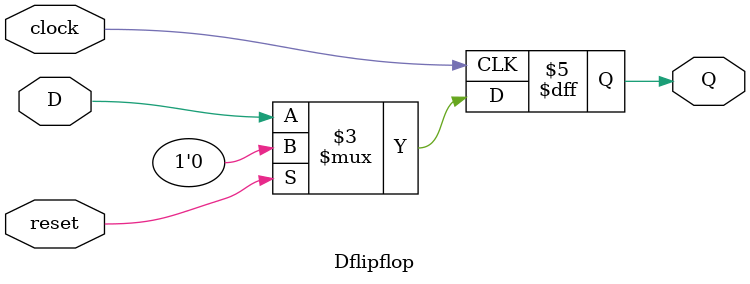
<source format=v>
`timescale 1ns / 1ps

module Dflipflop(D,clock,reset,Q);
    input D,clock,reset; //data ,clock,reset input
    output reg Q;   //output Q

    always @(posedge clock) begin
    if(reset)  
    Q<=0;
    else  
    Q<=D;
    end
endmodule

</source>
